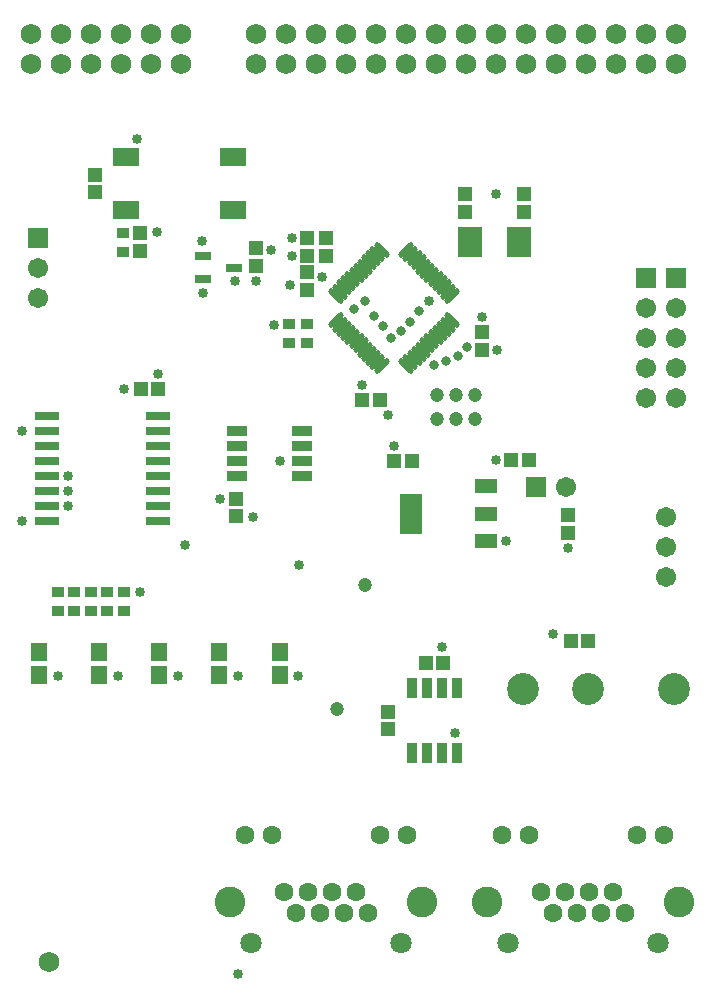
<source format=gts>
G04*
G04 #@! TF.GenerationSoftware,Altium Limited,Altium Designer,22.4.2 (48)*
G04*
G04 Layer_Color=8388736*
%FSLAX25Y25*%
%MOIN*%
G70*
G04*
G04 #@! TF.SameCoordinates,D4827CC2-CCBD-4F76-BBD4-9D2AE6A5A8F2*
G04*
G04*
G04 #@! TF.FilePolarity,Negative*
G04*
G01*
G75*
%ADD35R,0.08280X0.10249*%
%ADD36R,0.08181X0.03000*%
%ADD37R,0.06804X0.03359*%
%ADD38R,0.06807X0.03362*%
%ADD39R,0.03556X0.06902*%
%ADD40R,0.07690X0.13398*%
%ADD41R,0.07690X0.04540*%
G04:AMPARAMS|DCode=42|XSize=19.81mil|YSize=65.09mil|CornerRadius=0mil|HoleSize=0mil|Usage=FLASHONLY|Rotation=225.000|XOffset=0mil|YOffset=0mil|HoleType=Round|Shape=Round|*
%AMOVALD42*
21,1,0.04528,0.01981,0.00000,0.00000,315.0*
1,1,0.01981,-0.01601,0.01601*
1,1,0.01981,0.01601,-0.01601*
%
%ADD42OVALD42*%

G04:AMPARAMS|DCode=43|XSize=19.81mil|YSize=65.09mil|CornerRadius=0mil|HoleSize=0mil|Usage=FLASHONLY|Rotation=315.000|XOffset=0mil|YOffset=0mil|HoleType=Round|Shape=Round|*
%AMOVALD43*
21,1,0.04528,0.01981,0.00000,0.00000,45.0*
1,1,0.01981,-0.01601,-0.01601*
1,1,0.01981,0.01601,0.01601*
%
%ADD43OVALD43*%

%ADD44R,0.05328X0.03162*%
%ADD45R,0.09068X0.06312*%
%ADD46R,0.04147X0.03556*%
%ADD47R,0.05328X0.06115*%
%ADD48R,0.04540X0.04540*%
%ADD49R,0.04540X0.04540*%
%ADD50C,0.10642*%
%ADD51C,0.06706*%
%ADD52R,0.06706X0.06706*%
%ADD53R,0.06706X0.06706*%
%ADD54C,0.06800*%
%ADD55C,0.06312*%
%ADD56C,0.10249*%
%ADD57C,0.07099*%
%ADD58C,0.03359*%
%ADD59C,0.04737*%
%ADD60C,0.03162*%
D35*
X272071Y355500D02*
D03*
X255929D02*
D03*
D36*
X114722Y297500D02*
D03*
Y292500D02*
D03*
Y287500D02*
D03*
Y282500D02*
D03*
Y277500D02*
D03*
Y272500D02*
D03*
Y267500D02*
D03*
Y262500D02*
D03*
X152000D02*
D03*
Y267500D02*
D03*
Y272500D02*
D03*
Y277500D02*
D03*
Y282500D02*
D03*
Y287500D02*
D03*
Y297500D02*
D03*
Y292500D02*
D03*
D37*
X178323Y277500D02*
D03*
Y282500D02*
D03*
Y287500D02*
D03*
Y292500D02*
D03*
X199677D02*
D03*
Y287500D02*
D03*
Y277500D02*
D03*
D38*
Y282500D02*
D03*
D39*
X251500Y206728D02*
D03*
X246500D02*
D03*
X241500D02*
D03*
X236500D02*
D03*
Y185272D02*
D03*
X241500D02*
D03*
X246500D02*
D03*
X251500D02*
D03*
D40*
X236313Y265000D02*
D03*
D41*
X261116Y274055D02*
D03*
Y265000D02*
D03*
Y255945D02*
D03*
D42*
X249918Y329394D02*
D03*
X248526Y328002D02*
D03*
X247134Y326610D02*
D03*
X245742Y325218D02*
D03*
X244350Y323826D02*
D03*
X242958Y322434D02*
D03*
X241566Y321042D02*
D03*
X240174Y319650D02*
D03*
X238782Y318258D02*
D03*
X237390Y316866D02*
D03*
X235998Y315474D02*
D03*
X234606Y314082D02*
D03*
X211082Y337606D02*
D03*
X212474Y338998D02*
D03*
X213866Y340390D02*
D03*
X215258Y341782D02*
D03*
X216650Y343174D02*
D03*
X218042Y344566D02*
D03*
X219434Y345958D02*
D03*
X220826Y347350D02*
D03*
X222218Y348742D02*
D03*
X223610Y350134D02*
D03*
X225002Y351526D02*
D03*
X226394Y352918D02*
D03*
D43*
Y314082D02*
D03*
X225002Y315474D02*
D03*
X223610Y316866D02*
D03*
X222218Y318258D02*
D03*
X220826Y319650D02*
D03*
X219434Y321042D02*
D03*
X218042Y322434D02*
D03*
X216650Y323826D02*
D03*
X215258Y325218D02*
D03*
X213866Y326610D02*
D03*
X212474Y328002D02*
D03*
X211082Y329394D02*
D03*
X234606Y352918D02*
D03*
X235998Y351526D02*
D03*
X237390Y350134D02*
D03*
X238782Y348742D02*
D03*
X240174Y347350D02*
D03*
X241566Y345958D02*
D03*
X242958Y344566D02*
D03*
X244350Y343174D02*
D03*
X245742Y341782D02*
D03*
X247134Y340390D02*
D03*
X248526Y338998D02*
D03*
X249918Y337606D02*
D03*
D44*
X166882Y350740D02*
D03*
Y343260D02*
D03*
X177118Y347000D02*
D03*
D45*
X176913Y383858D02*
D03*
X141087D02*
D03*
X176913Y366142D02*
D03*
X141087D02*
D03*
D46*
X140425Y232524D02*
D03*
Y239020D02*
D03*
X134925Y232524D02*
D03*
Y239020D02*
D03*
X129425Y232524D02*
D03*
Y239020D02*
D03*
X201500Y321827D02*
D03*
Y328323D02*
D03*
X195500Y321827D02*
D03*
Y328323D02*
D03*
X140228Y358551D02*
D03*
Y352055D02*
D03*
X123925Y232524D02*
D03*
Y239020D02*
D03*
X118425Y232524D02*
D03*
Y239020D02*
D03*
D47*
X192465Y211251D02*
D03*
Y218731D02*
D03*
X172340Y211251D02*
D03*
Y218731D02*
D03*
X152215Y211251D02*
D03*
Y218731D02*
D03*
X132160Y218749D02*
D03*
Y211269D02*
D03*
X112035Y218749D02*
D03*
Y211269D02*
D03*
D48*
X151953Y306500D02*
D03*
X146047D02*
D03*
X241047Y215272D02*
D03*
X246953D02*
D03*
X275453Y283000D02*
D03*
X269547D02*
D03*
X236405Y282500D02*
D03*
X230500D02*
D03*
X295303Y222575D02*
D03*
X289398D02*
D03*
X225905Y303000D02*
D03*
X220000D02*
D03*
D49*
X178000Y264047D02*
D03*
Y269953D02*
D03*
X228500Y193047D02*
D03*
Y198953D02*
D03*
X288500Y264500D02*
D03*
Y258594D02*
D03*
X254059Y365547D02*
D03*
Y371453D02*
D03*
X273941Y365547D02*
D03*
Y371453D02*
D03*
X201500Y339500D02*
D03*
Y345406D02*
D03*
X260000Y325500D02*
D03*
Y319595D02*
D03*
X201500Y351000D02*
D03*
Y356906D02*
D03*
X207750Y351000D02*
D03*
Y356906D02*
D03*
X131000Y372047D02*
D03*
Y377953D02*
D03*
X146000Y352547D02*
D03*
Y358453D02*
D03*
X184500Y347547D02*
D03*
Y353453D02*
D03*
D50*
X295260Y206500D02*
D03*
X273606D02*
D03*
X324000D02*
D03*
D51*
X321285Y264000D02*
D03*
Y254000D02*
D03*
Y244000D02*
D03*
X288000Y274000D02*
D03*
X314356Y303500D02*
D03*
X324356D02*
D03*
X314356Y313500D02*
D03*
X324356D02*
D03*
Y323500D02*
D03*
X314356Y333500D02*
D03*
X324356D02*
D03*
X314356Y323500D02*
D03*
X112000Y347000D02*
D03*
Y337000D02*
D03*
D52*
X278000Y274000D02*
D03*
D53*
X314356Y343500D02*
D03*
X324356D02*
D03*
X112000Y357000D02*
D03*
D54*
X109500Y425000D02*
D03*
X119500D02*
D03*
X129500D02*
D03*
X139500D02*
D03*
X149500D02*
D03*
X159500D02*
D03*
Y415000D02*
D03*
X149500D02*
D03*
X109500D02*
D03*
X119500D02*
D03*
X129500D02*
D03*
X139500D02*
D03*
X234500Y425000D02*
D03*
X244500D02*
D03*
X254500D02*
D03*
X264500D02*
D03*
X274500D02*
D03*
X284500D02*
D03*
X294500D02*
D03*
X304500D02*
D03*
X314500D02*
D03*
X324500D02*
D03*
Y415000D02*
D03*
X314500D02*
D03*
X304500D02*
D03*
X294500D02*
D03*
X284500D02*
D03*
X274500D02*
D03*
X264500D02*
D03*
X254500D02*
D03*
X244500D02*
D03*
X234500D02*
D03*
X224500Y425000D02*
D03*
X214500D02*
D03*
X204500D02*
D03*
X194500D02*
D03*
X184500D02*
D03*
X224500Y415000D02*
D03*
X214500D02*
D03*
X204500D02*
D03*
X194500D02*
D03*
X184500D02*
D03*
X115500Y115417D02*
D03*
D55*
X307500Y132000D02*
D03*
X303484Y139008D02*
D03*
X299468Y132000D02*
D03*
X295453Y139008D02*
D03*
X291437Y132000D02*
D03*
X287421Y139008D02*
D03*
X283405Y132000D02*
D03*
X279390Y139008D02*
D03*
X320453Y157984D02*
D03*
X311437D02*
D03*
X275453D02*
D03*
X266437D02*
D03*
X222000Y132000D02*
D03*
X217984Y139008D02*
D03*
X213968Y132000D02*
D03*
X209953Y139008D02*
D03*
X205937Y132000D02*
D03*
X201921Y139008D02*
D03*
X197906Y132000D02*
D03*
X193890Y139008D02*
D03*
X234953Y157984D02*
D03*
X225937D02*
D03*
X189953D02*
D03*
X180937D02*
D03*
D56*
X325433Y135504D02*
D03*
X261457D02*
D03*
X239933D02*
D03*
X175957D02*
D03*
D57*
X318445Y122000D02*
D03*
X268445D02*
D03*
X232945D02*
D03*
X182945D02*
D03*
D58*
X189500Y353000D02*
D03*
X199000Y248000D02*
D03*
X268000Y256000D02*
D03*
X138500Y211000D02*
D03*
X118500D02*
D03*
X158440Y210945D02*
D03*
X178500Y111500D02*
D03*
X146000Y239000D02*
D03*
X198440Y210945D02*
D03*
X283500Y225000D02*
D03*
X184500Y342500D02*
D03*
X220000Y308000D02*
D03*
X196000Y341280D02*
D03*
X190500Y328000D02*
D03*
X167000Y338500D02*
D03*
X166500Y356000D02*
D03*
X260000Y330500D02*
D03*
X246500Y220500D02*
D03*
X177500Y342500D02*
D03*
X288500Y253500D02*
D03*
X250940Y191945D02*
D03*
X264440Y282945D02*
D03*
X178440Y210945D02*
D03*
X264440Y371445D02*
D03*
X196500Y357000D02*
D03*
X242192Y335808D02*
D03*
X265000Y319500D02*
D03*
X122000Y277500D02*
D03*
Y272500D02*
D03*
Y267500D02*
D03*
X161000Y254500D02*
D03*
X151440Y358898D02*
D03*
X144940Y389945D02*
D03*
X152000Y311500D02*
D03*
X183500Y264000D02*
D03*
X140500Y306500D02*
D03*
X172500Y270000D02*
D03*
X230500Y287500D02*
D03*
X228500Y298000D02*
D03*
X192500Y282500D02*
D03*
X106500Y262500D02*
D03*
Y292500D02*
D03*
X206500Y344000D02*
D03*
X196500Y351000D02*
D03*
D59*
X211500Y200000D02*
D03*
X257429Y296500D02*
D03*
X245000Y304500D02*
D03*
X245000Y296500D02*
D03*
X251214D02*
D03*
X220926Y241101D02*
D03*
X257429Y304500D02*
D03*
X251214D02*
D03*
D60*
X255000Y320500D02*
D03*
X248000Y316000D02*
D03*
X252000Y317500D02*
D03*
X244000Y314500D02*
D03*
X236000Y329000D02*
D03*
X239000Y332500D02*
D03*
X233000Y326000D02*
D03*
X221000Y336000D02*
D03*
X229500Y323500D02*
D03*
X227000Y327500D02*
D03*
X224000Y331000D02*
D03*
X217260Y333198D02*
D03*
M02*

</source>
